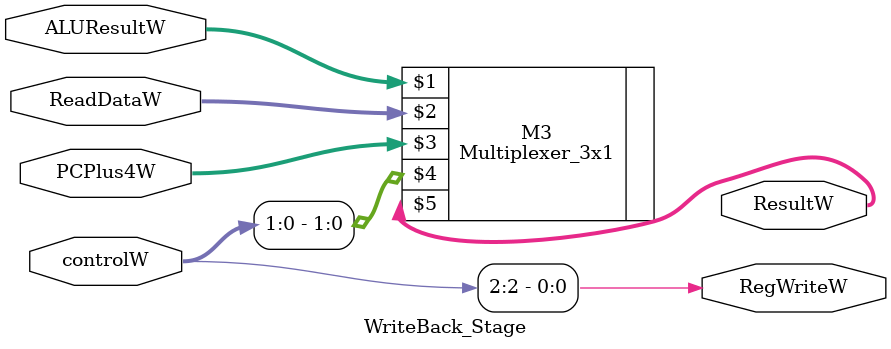
<source format=v>
`timescale 1ns / 1ps


module WriteBack_Stage(input wire [31:0] ALUResultW,ReadDataW,PCPlus4W,
                       input wire [2:0] controlW,
                       output wire [31:0] ResultW,
                       output wire RegWriteW);
Multiplexer_3x1 M3(ALUResultW,ReadDataW,PCPlus4W,controlW[1:0],ResultW);
assign RegWriteW = controlW[2];
endmodule
</source>
